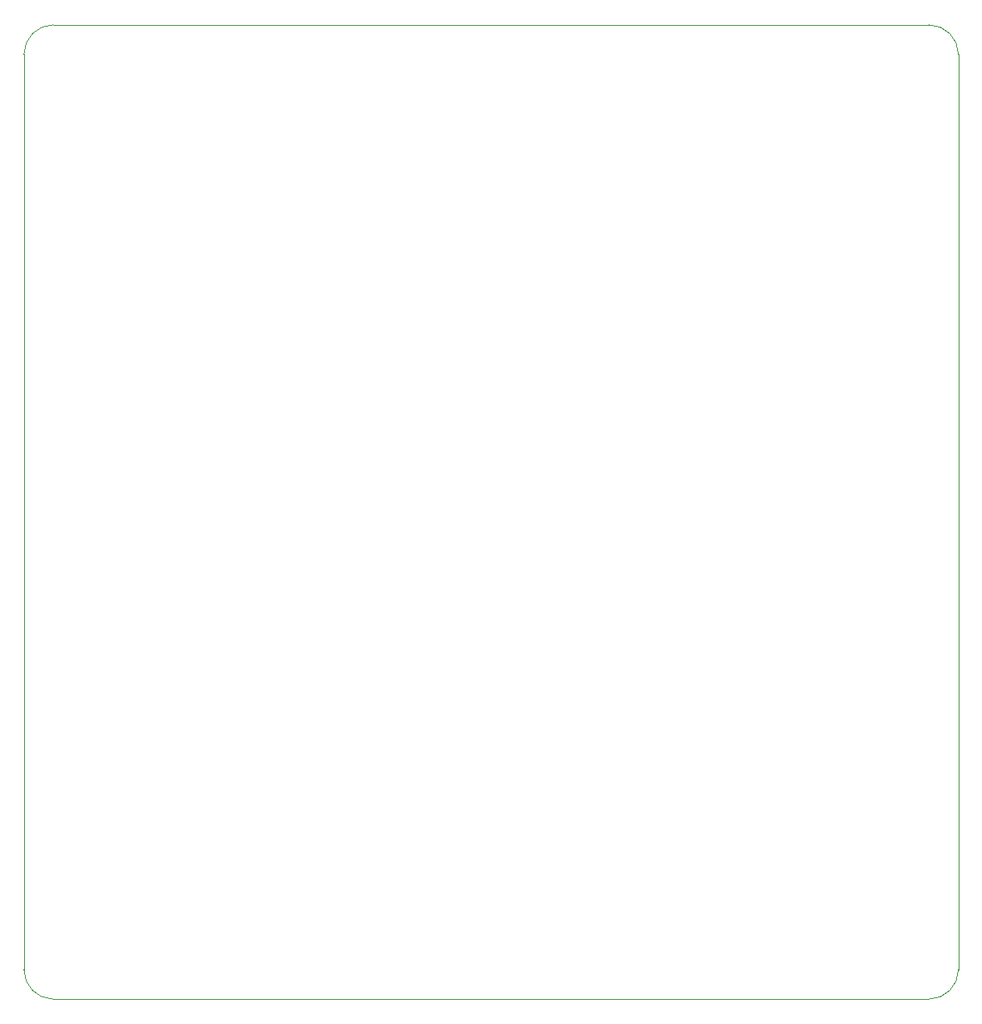
<source format=gbr>
G04 #@! TF.GenerationSoftware,KiCad,Pcbnew,(5.1.5)-3*
G04 #@! TF.CreationDate,2020-03-21T18:00:00+01:00*
G04 #@! TF.ProjectId,fusioncore,66757369-6f6e-4636-9f72-652e6b696361,A*
G04 #@! TF.SameCoordinates,Original*
G04 #@! TF.FileFunction,Profile,NP*
%FSLAX46Y46*%
G04 Gerber Fmt 4.6, Leading zero omitted, Abs format (unit mm)*
G04 Created by KiCad (PCBNEW (5.1.5)-3) date 2020-03-21 18:00:00*
%MOMM*%
%LPD*%
G04 APERTURE LIST*
G04 #@! TA.AperFunction,Profile*
%ADD10C,0.100000*%
G04 #@! TD*
G04 APERTURE END LIST*
D10*
X48546356Y-42817611D02*
X48546356Y-135817611D01*
X48546356Y-42817611D02*
G75*
G02X51546356Y-39817611I3000000J0D01*
G01*
X140546356Y-39817611D02*
X51546356Y-39817611D01*
X140546356Y-39817611D02*
G75*
G02X143546356Y-42817611I0J-3000000D01*
G01*
X143546351Y-135822847D02*
X143546356Y-42817611D01*
X51546356Y-138817611D02*
G75*
G02X48546356Y-135817611I0J3000000D01*
G01*
X51546356Y-138817611D02*
X140546356Y-138817611D01*
X143546351Y-135822847D02*
G75*
G02X140546356Y-138817611I-2999995J5236D01*
G01*
M02*

</source>
